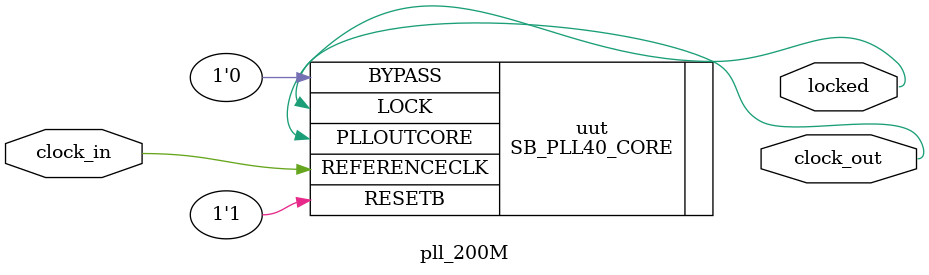
<source format=v>
/**
 * PLL mconfiguration
 *
 * This Verilog module was generated automatically
 * using the icepll tool from the IceStorm project.
 * Use at your own risk.
 *
 * Given input frequency:        48.000 MHz
 * Requested output frequency:  200.000 MHz
 * Achieved output frequency:   200.000 MHz
 */

module pll_200M(
	input  clock_in,
	output clock_out,
	output locked
	);

SB_PLL40_CORE #(
		.FEEDBACK_PATH("SIMPLE"),
		.DIVR(4'b0010),		// DIVR =  2
		.DIVF(7'b0110001),	// DIVF = 49
		.DIVQ(3'b010),		// DIVQ =  2
		.FILTER_RANGE(3'b001)	// FILTER_RANGE = 1
	) uut (
		.LOCK(locked),
		.RESETB(1'b1),
		.BYPASS(1'b0),
		.REFERENCECLK(clock_in),
		.PLLOUTCORE(clock_out)
		);

endmodule

</source>
